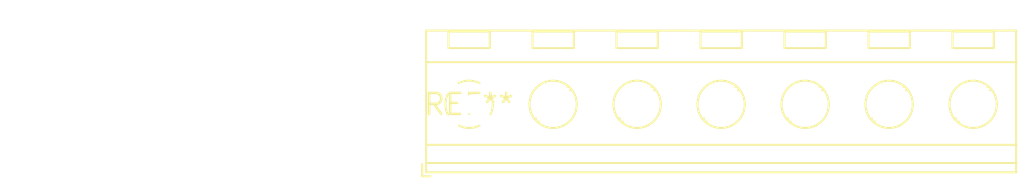
<source format=kicad_pcb>
(kicad_pcb (version 20240108) (generator pcbnew)
  (layers (0 "F.Cu" signal) (31 "B.Cu" signal) (34 "B.Paste" user) (35 "F.Paste" user) (36 "B.SilkS" user "B.Silkscreen") (37 "F.SilkS" user "F.Silkscreen") (38 "B.Mask" user) (39 "F.Mask" user) (44 "Edge.Cuts" user))
  (net 0 "")
  (footprint "TerminalBlock_RND_205-00237_1x07_P5.08mm_Horizontal" (layer "F.Cu") (at 0 0)
    (property "Reference" "REF**")
    (property "Value" "TerminalBlock_RND_205-00237_1x07_P5.08mm_Horizontal")
    (fp_line (start -2.84 3.61) (end -2.84 4.35) (layer "F.SilkS") (stroke (width 0.12)))
    (fp_line (start -2.84 4.35) (end -2.34 4.35) (layer "F.SilkS") (stroke (width 0.12)))
    (fp_line (start -2.6 -4.46) (end -2.6 4.11) (layer "F.SilkS") (stroke (width 0.12)))
    (fp_line (start -2.6 -4.46) (end 33.08 -4.46) (layer "F.SilkS") (stroke (width 0.12)))
    (fp_line (start -2.6 -2.55) (end 33.08 -2.55) (layer "F.SilkS") (stroke (width 0.12)))
    (fp_line (start -2.6 2.45) (end 33.08 2.45) (layer "F.SilkS") (stroke (width 0.12)))
    (fp_line (start -2.6 3.55) (end 33.08 3.55) (layer "F.SilkS") (stroke (width 0.12)))
    (fp_line (start -2.6 4.11) (end 33.08 4.11) (layer "F.SilkS") (stroke (width 0.12)))
    (fp_line (start -1.25 -4.4) (end -1.25 -3.4) (layer "F.SilkS") (stroke (width 0.12)))
    (fp_line (start -1.25 -4.4) (end 1.25 -4.4) (layer "F.SilkS") (stroke (width 0.12)))
    (fp_line (start -1.25 -3.4) (end 1.25 -3.4) (layer "F.SilkS") (stroke (width 0.12)))
    (fp_line (start 1.25 -4.4) (end 1.25 -3.4) (layer "F.SilkS") (stroke (width 0.12)))
    (fp_line (start 3.83 -4.4) (end 3.83 -3.4) (layer "F.SilkS") (stroke (width 0.12)))
    (fp_line (start 3.83 -4.4) (end 6.33 -4.4) (layer "F.SilkS") (stroke (width 0.12)))
    (fp_line (start 3.83 -3.4) (end 6.33 -3.4) (layer "F.SilkS") (stroke (width 0.12)))
    (fp_line (start 4.056 0.85) (end 3.996 0.91) (layer "F.SilkS") (stroke (width 0.12)))
    (fp_line (start 4.21 1.045) (end 4.17 1.085) (layer "F.SilkS") (stroke (width 0.12)))
    (fp_line (start 5.991 -1.085) (end 5.951 -1.045) (layer "F.SilkS") (stroke (width 0.12)))
    (fp_line (start 6.165 -0.91) (end 6.105 -0.851) (layer "F.SilkS") (stroke (width 0.12)))
    (fp_line (start 6.33 -4.4) (end 6.33 -3.4) (layer "F.SilkS") (stroke (width 0.12)))
    (fp_line (start 8.91 -4.4) (end 8.91 -3.4) (layer "F.SilkS") (stroke (width 0.12)))
    (fp_line (start 8.91 -4.4) (end 11.41 -4.4) (layer "F.SilkS") (stroke (width 0.12)))
    (fp_line (start 8.91 -3.4) (end 11.41 -3.4) (layer "F.SilkS") (stroke (width 0.12)))
    (fp_line (start 9.136 0.85) (end 9.076 0.91) (layer "F.SilkS") (stroke (width 0.12)))
    (fp_line (start 9.29 1.045) (end 9.25 1.085) (layer "F.SilkS") (stroke (width 0.12)))
    (fp_line (start 11.071 -1.085) (end 11.031 -1.045) (layer "F.SilkS") (stroke (width 0.12)))
    (fp_line (start 11.245 -0.91) (end 11.185 -0.851) (layer "F.SilkS") (stroke (width 0.12)))
    (fp_line (start 11.41 -4.4) (end 11.41 -3.4) (layer "F.SilkS") (stroke (width 0.12)))
    (fp_line (start 13.99 -4.4) (end 13.99 -3.4) (layer "F.SilkS") (stroke (width 0.12)))
    (fp_line (start 13.99 -4.4) (end 16.49 -4.4) (layer "F.SilkS") (stroke (width 0.12)))
    (fp_line (start 13.99 -3.4) (end 16.49 -3.4) (layer "F.SilkS") (stroke (width 0.12)))
    (fp_line (start 14.216 0.85) (end 14.156 0.91) (layer "F.SilkS") (stroke (width 0.12)))
    (fp_line (start 14.37 1.045) (end 14.33 1.085) (layer "F.SilkS") (stroke (width 0.12)))
    (fp_line (start 16.151 -1.085) (end 16.111 -1.045) (layer "F.SilkS") (stroke (width 0.12)))
    (fp_line (start 16.325 -0.91) (end 16.265 -0.851) (layer "F.SilkS") (stroke (width 0.12)))
    (fp_line (start 16.49 -4.4) (end 16.49 -3.4) (layer "F.SilkS") (stroke (width 0.12)))
    (fp_line (start 19.07 -4.4) (end 19.07 -3.4) (layer "F.SilkS") (stroke (width 0.12)))
    (fp_line (start 19.07 -4.4) (end 21.57 -4.4) (layer "F.SilkS") (stroke (width 0.12)))
    (fp_line (start 19.07 -3.4) (end 21.57 -3.4) (layer "F.SilkS") (stroke (width 0.12)))
    (fp_line (start 19.296 0.85) (end 19.236 0.91) (layer "F.SilkS") (stroke (width 0.12)))
    (fp_line (start 19.45 1.045) (end 19.41 1.085) (layer "F.SilkS") (stroke (width 0.12)))
    (fp_line (start 21.231 -1.085) (end 21.191 -1.045) (layer "F.SilkS") (stroke (width 0.12)))
    (fp_line (start 21.405 -0.91) (end 21.345 -0.851) (layer "F.SilkS") (stroke (width 0.12)))
    (fp_line (start 21.57 -4.4) (end 21.57 -3.4) (layer "F.SilkS") (stroke (width 0.12)))
    (fp_line (start 24.15 -4.4) (end 24.15 -3.4) (layer "F.SilkS") (stroke (width 0.12)))
    (fp_line (start 24.15 -4.4) (end 26.65 -4.4) (layer "F.SilkS") (stroke (width 0.12)))
    (fp_line (start 24.15 -3.4) (end 26.65 -3.4) (layer "F.SilkS") (stroke (width 0.12)))
    (fp_line (start 24.376 0.85) (end 24.316 0.91) (layer "F.SilkS") (stroke (width 0.12)))
    (fp_line (start 24.53 1.045) (end 24.49 1.085) (layer "F.SilkS") (stroke (width 0.12)))
    (fp_line (start 26.311 -1.085) (end 26.271 -1.045) (layer "F.SilkS") (stroke (width 0.12)))
    (fp_line (start 26.485 -0.91) (end 26.425 -0.851) (layer "F.SilkS") (stroke (width 0.12)))
    (fp_line (start 26.65 -4.4) (end 26.65 -3.4) (layer "F.SilkS") (stroke (width 0.12)))
    (fp_line (start 29.23 -4.4) (end 29.23 -3.4) (layer "F.SilkS") (stroke (width 0.12)))
    (fp_line (start 29.23 -4.4) (end 31.73 -4.4) (layer "F.SilkS") (stroke (width 0.12)))
    (fp_line (start 29.23 -3.4) (end 31.73 -3.4) (layer "F.SilkS") (stroke (width 0.12)))
    (fp_line (start 29.456 0.85) (end 29.396 0.91) (layer "F.SilkS") (stroke (width 0.12)))
    (fp_line (start 29.61 1.045) (end 29.57 1.085) (layer "F.SilkS") (stroke (width 0.12)))
    (fp_line (start 31.391 -1.085) (end 31.351 -1.045) (layer "F.SilkS") (stroke (width 0.12)))
    (fp_line (start 31.565 -0.91) (end 31.505 -0.851) (layer "F.SilkS") (stroke (width 0.12)))
    (fp_line (start 31.73 -4.4) (end 31.73 -3.4) (layer "F.SilkS") (stroke (width 0.12)))
    (fp_line (start 33.08 -4.46) (end 33.08 4.11) (layer "F.SilkS") (stroke (width 0.12)))
    (fp_arc (start -1.286611 0.626746) (mid -1.431146 -0.000697) (end -1.286 -0.628) (layer "F.SilkS") (stroke (width 0.12)))
    (fp_arc (start -0.627362 -1.285823) (mid -0.000201 -1.430707) (end 0.627 -1.286) (layer "F.SilkS") (stroke (width 0.12)))
    (fp_arc (start 0.02428 1.43094) (mid -0.310437 1.397071) (end -0.628 1.286) (layer "F.SilkS") (stroke (width 0.12)))
    (fp_arc (start 0.626871 1.285275) (mid 0.32168 1.393349) (end 0 1.43) (layer "F.SilkS") (stroke (width 0.12)))
    (fp_arc (start 1.285823 -0.627362) (mid 1.430707 -0.000201) (end 1.286 0.627) (layer "F.SilkS") (stroke (width 0.12)))
    (fp_circle (center 5.08 0) (end 6.51 0) (layer "F.SilkS") (stroke (width 0.12)) (fill none))
    (fp_circle (center 10.16 0) (end 11.59 0) (layer "F.SilkS") (stroke (width 0.12)) (fill none))
    (fp_circle (center 15.24 0) (end 16.67 0) (layer "F.SilkS") (stroke (width 0.12)) (fill none))
    (fp_circle (center 20.32 0) (end 21.75 0) (layer "F.SilkS") (stroke (width 0.12)) (fill none))
    (fp_circle (center 25.4 0) (end 26.83 0) (layer "F.SilkS") (stroke (width 0.12)) (fill none))
    (fp_circle (center 30.48 0) (end 31.91 0) (layer "F.SilkS") (stroke (width 0.12)) (fill none))
    (pad "1" thru_hole rect (at 0 0) (size 2.1 2.1) (drill 1.1) (layers *.Cu *.Mask) (remove_unused_layers))
    (pad "2" thru_hole circle (at 5.08 0) (size 2.1 2.1) (drill 1.1) (layers *.Cu *.Mask) (remove_unused_layers))
    (pad "3" thru_hole circle (at 10.16 0) (size 2.1 2.1) (drill 1.1) (layers *.Cu *.Mask) (remove_unused_layers))
    (pad "4" thru_hole circle (at 15.24 0) (size 2.1 2.1) (drill 1.1) (layers *.Cu *.Mask) (remove_unused_layers))
    (pad "5" thru_hole circle (at 20.32 0) (size 2.1 2.1) (drill 1.1) (layers *.Cu *.Mask) (remove_unused_layers))
    (pad "6" thru_hole circle (at 25.4 0) (size 2.1 2.1) (drill 1.1) (layers *.Cu *.Mask) (remove_unused_layers))
    (pad "7" thru_hole circle (at 30.48 0) (size 2.1 2.1) (drill 1.1) (layers *.Cu *.Mask) (remove_unused_layers))
  )
)
</source>
